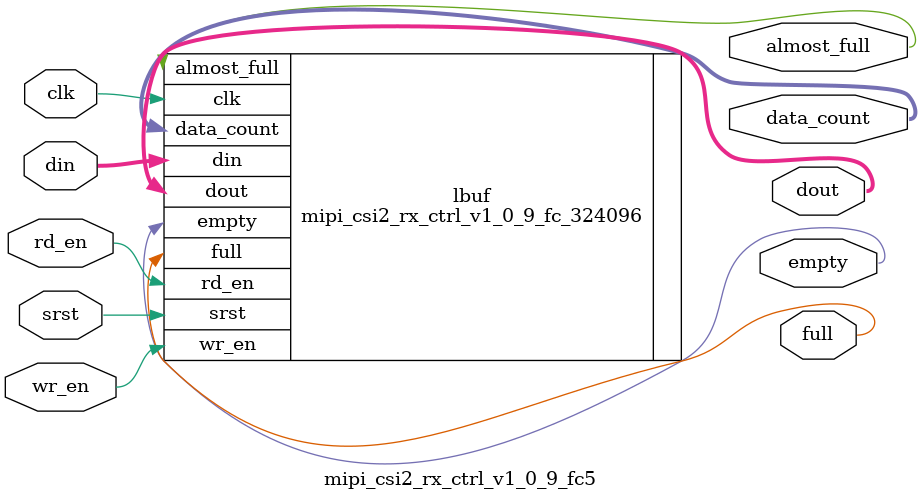
<source format=v>
`timescale 1ns/1ps
module mipi_csi2_rx_ctrl_v1_0_9_fc5 (
input          clk        ,
input          srst       ,
input  [32+4-1:0]  din  ,
input          wr_en      ,
input          rd_en      ,
output  [32+4-1:0]  dout,
output         full       ,
output         almost_full,
output         empty      ,
output [12-1:0]  data_count
);

mipi_csi2_rx_ctrl_v1_0_9_fc_324096 lbuf (
 .clk         (clk         ),
 .srst        (srst        ),
 .din         (din         ),
 .wr_en       (wr_en       ),
 .rd_en       (rd_en       ),
 .dout        (dout        ),
 .full        (full        ),
 .almost_full (almost_full ),
 .empty       (empty       ),
 .data_count  (data_count  ) 
);
endmodule

</source>
